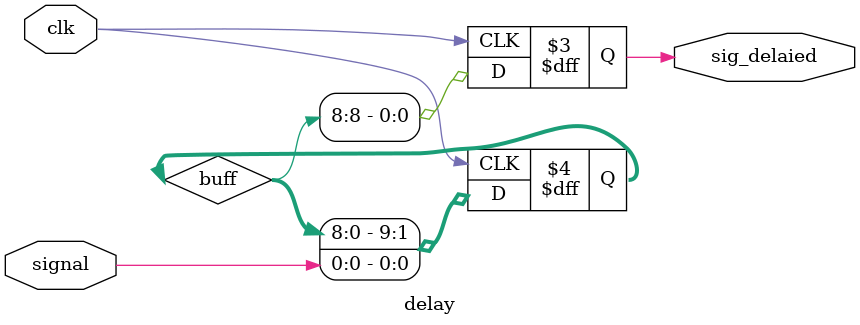
<source format=v>

module delay (
           input  clk,
           input signal,
           output reg sig_delaied
       );
/////////////////////////////////////////////
// parameter and signals
/////////////////////////////////////////////
// parameter
parameter DELAY_CYCLE = 10;
parameter INITIAL_VALUE = 0;
// `define WORK_AT_CLK_NEGEDGE

// regs or wires
reg[DELAY_CYCLE - 1:0] buff = INITIAL_VALUE;
/////////////////////////////////////////////
// main code
/////////////////////////////////////////////
`ifdef WORK_AT_CLK_NEGEDGE
always @ (negedge clk) begin
    buff = {buff[DELAY_CYCLE - 2 : 0],signal};
    sig_delaied <= buff[DELAY_CYCLE - 1];
end
`else
always @ (posedge clk) begin
    buff = {buff[DELAY_CYCLE - 2 : 0],signal};
    sig_delaied <= buff[DELAY_CYCLE - 1];
end
`endif


/////////////////////////////////////////////
// code end
/////////////////////////////////////////////
endmodule

</source>
